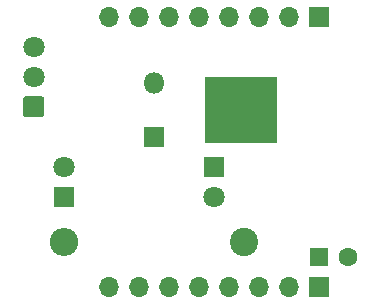
<source format=gbr>
%TF.GenerationSoftware,KiCad,Pcbnew,(5.1.7)-1*%
%TF.CreationDate,2020-12-03T17:13:14+01:00*%
%TF.ProjectId,RcOid,52634f69-642e-46b6-9963-61645f706362,1*%
%TF.SameCoordinates,Original*%
%TF.FileFunction,Soldermask,Bot*%
%TF.FilePolarity,Negative*%
%FSLAX46Y46*%
G04 Gerber Fmt 4.6, Leading zero omitted, Abs format (unit mm)*
G04 Created by KiCad (PCBNEW (5.1.7)-1) date 2020-12-03 17:13:14*
%MOMM*%
%LPD*%
G01*
G04 APERTURE LIST*
%ADD10O,1.800000X1.800000*%
%ADD11R,1.800000X1.800000*%
%ADD12R,6.200000X5.700000*%
%ADD13C,1.800000*%
%ADD14R,1.600000X1.600000*%
%ADD15C,1.600000*%
%ADD16R,1.700000X1.700000*%
%ADD17O,1.700000X1.700000*%
%ADD18C,2.400000*%
%ADD19O,2.400000X2.400000*%
G04 APERTURE END LIST*
D10*
%TO.C,Q1*%
X134620000Y-99560000D03*
D11*
X134620000Y-104140000D03*
D12*
X142053333Y-101850000D03*
%TD*%
D13*
%TO.C,D2*%
X139700000Y-109220000D03*
D11*
X139700000Y-106680000D03*
%TD*%
D13*
%TO.C,D1*%
X127000000Y-106680000D03*
D11*
X127000000Y-109220000D03*
%TD*%
D14*
%TO.C,C1*%
X148590000Y-114300000D03*
D15*
X151090000Y-114300000D03*
%TD*%
D16*
%TO.C,J1*%
X148590000Y-93980000D03*
D17*
X146050000Y-93980000D03*
X143510000Y-93980000D03*
X140970000Y-93980000D03*
X138430000Y-93980000D03*
X135890000Y-93980000D03*
X133350000Y-93980000D03*
X130810000Y-93980000D03*
%TD*%
%TO.C,J2*%
X130810000Y-116840000D03*
X133350000Y-116840000D03*
X135890000Y-116840000D03*
X138430000Y-116840000D03*
X140970000Y-116840000D03*
X143510000Y-116840000D03*
X146050000Y-116840000D03*
D16*
X148590000Y-116840000D03*
%TD*%
D18*
%TO.C,R1*%
X142240000Y-113030000D03*
D19*
X127000000Y-113030000D03*
%TD*%
%TO.C,U1*%
G36*
G01*
X125109800Y-102500000D02*
X123810200Y-102500000D01*
G75*
G02*
X123560000Y-102249800I0J250200D01*
G01*
X123560000Y-100950200D01*
G75*
G02*
X123810200Y-100700000I250200J0D01*
G01*
X125109800Y-100700000D01*
G75*
G02*
X125360000Y-100950200I0J-250200D01*
G01*
X125360000Y-102249800D01*
G75*
G02*
X125109800Y-102500000I-250200J0D01*
G01*
G37*
D13*
X124460000Y-99060000D03*
X124460000Y-96520000D03*
%TD*%
M02*

</source>
